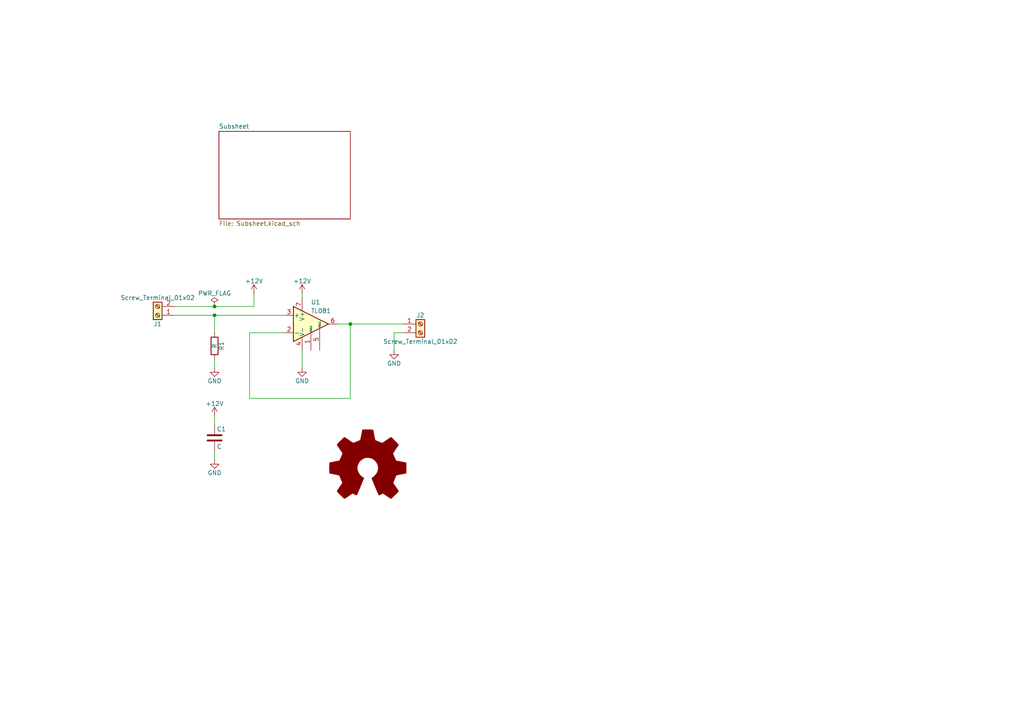
<source format=kicad_sch>
(kicad_sch (version 20211123) (generator eeschema)
  (paper "A4")
  (lib_symbols
    (symbol "Amplifier_Operational:TL081" (pin_names (offset 0.127))
      (property "Reference" "U" (at 0 6.35 0))
      (property "Value" "TL081" (at 0 3.81 0))
      (symbol "TL081_0_1"
        (polyline (pts (xy -5.08 5.08) (xy 5.08 0) (xy -5.08 -5.08) (xy -5.08 5.08)) (stroke (width 0.254)) (fill (type background)))
      )
      (symbol "TL081_1_1"
        (pin input line (at 0 -7.62 90) (length 5.08) (name "NULL") (number "1"))
        (pin input line (at -7.62 -2.54 0) (length 2.54) (name "-") (number "2"))
        (pin input line (at -7.62 2.54 0) (length 2.54) (name "+") (number "3"))
        (pin power_in line (at -2.54 -7.62 90) (length 3.81) (name "V-") (number "4"))
        (pin input line (at 2.54 -7.62 90) (length 6.35) (name "NULL") (number "5"))
        (pin output line (at 7.62 0 180) (length 2.54) (name "~") (number "6"))
        (pin power_in line (at -2.54 7.62 270) (length 3.81) (name "V+") (number "7"))
        (pin no_connect line (at 0 2.54 270) (length 2.54) hide (name "NC") (number "8"))
      )
    )
    (symbol "Connector:Screw_Terminal_01x02" (pin_names (offset 1.016) hide)
      (property "Reference" "J" (at 0 2.54 0))
      (property "Value" "Screw_Terminal_01x02" (at 0 -5.08 0))
      (symbol "Screw_Terminal_01x02_1_1"
        (rectangle (start -1.27 1.27) (end 1.27 -3.81) (stroke (width 0.254)) (fill (type background)))
        (circle (center 0 -2.54) (radius 0.635) (stroke (width 0.1524)))
        (polyline (pts (xy -0.5334 -2.2098) (xy 0.3302 -3.048)) (stroke (width 0.1524)))
        (polyline (pts (xy -0.5334 0.3302) (xy 0.3302 -0.508)) (stroke (width 0.1524)))
        (polyline (pts (xy -0.3556 -2.032) (xy 0.508 -2.8702)) (stroke (width 0.1524)))
        (polyline (pts (xy -0.3556 0.508) (xy 0.508 -0.3302)) (stroke (width 0.1524)))
        (circle (center 0 0) (radius 0.635) (stroke (width 0.1524)))
        (pin passive line (at -5.08 0 0) (length 3.81) (name "Pin_1") (number "1"))
        (pin passive line (at -5.08 -2.54 0) (length 3.81) (name "Pin_2") (number "2"))
      )
    )
    (symbol "Device:C" (pin_numbers hide) (pin_names (offset 0.254))
      (property "Reference" "C" (at 0.635 2.54 0))
      (property "Value" "C" (at 0.635 -2.54 0))
      (symbol "C_0_1"
        (polyline (pts (xy -2.032 -0.762) (xy 2.032 -0.762)) (stroke (width 0.508)))
        (polyline (pts (xy -2.032 0.762) (xy 2.032 0.762)) (stroke (width 0.508)))
      )
      (symbol "C_1_1"
        (pin passive line (at 0 3.81 270) (length 2.794) (name "~") (number "1"))
        (pin passive line (at 0 -3.81 90) (length 2.794) (name "~") (number "2"))
      )
    )
    (symbol "Device:R" (pin_numbers hide) (pin_names (offset 0))
      (property "Reference" "R" (at 2.032 0 90))
      (property "Value" "R" (at 0 0 90))
      (symbol "R_0_1"
        (rectangle (start -1.016 -2.54) (end 1.016 2.54) (stroke (width 0.254)))
      )
      (symbol "R_1_1"
        (pin passive line (at 0 3.81 270) (length 1.27) (name "~") (number "1"))
        (pin passive line (at 0 -3.81 90) (length 1.27) (name "~") (number "2"))
      )
    )
    (symbol "Graphic:Logo_Open_Hardware_Large" (pin_names (offset 1.016))
      (symbol "Logo_Open_Hardware_Large_1_1"
        (polyline (pts (xy 6.731 -8.7122) (xy 6.6294 -8.6614) (xy 6.35 -8.4836) (xy 5.9944 -8.255) (xy 5.5372 -7.9502) (xy 5.1054 -7.6454) (xy 4.7498 -7.4168) (xy 4.4958 -7.239) (xy 4.3942 -7.1882) (xy 4.318 -7.2136) (xy 4.1148 -7.3152) (xy 3.81 -7.4676) (xy 3.6322 -7.5692) (xy 3.3528 -7.6708) (xy 3.2258 -7.6962) (xy 3.2004 -7.6708) (xy 3.0988 -7.4676) (xy 2.9464 -7.0866) (xy 2.7178 -6.604) (xy 2.4892 -6.0452) (xy 2.2352 -5.4356) (xy 1.9558 -4.826) (xy 1.7272 -4.2164) (xy 1.4986 -3.683) (xy 1.3208 -3.2512) (xy 1.2192 -2.9464) (xy 1.1684 -2.8194) (xy 1.1938 -2.794) (xy 1.3208 -2.667) (xy 1.5748 -2.4892) (xy 2.0828 -2.0574) (xy 2.6162 -1.397) (xy 2.921 -0.6604) (xy 3.048 0.1524) (xy 2.9464 0.9144) (xy 2.6416 1.6256) (xy 2.1336 2.286) (xy 1.524 2.7686) (xy 0.8128 3.0734) (xy 0 3.175) (xy -0.762 3.0988) (xy -1.4986 2.794) (xy -2.159 2.286) (xy -2.4384 1.9812) (xy -2.8194 1.3208) (xy -3.048 0.6096) (xy -3.0734 0.4318) (xy -3.0226 -0.3556) (xy -2.794 -1.0922) (xy -2.3876 -1.7526) (xy -1.8288 -2.3114) (xy -1.7526 -2.3622) (xy -1.4732 -2.5654) (xy -1.2954 -2.6924) (xy -1.1684 -2.8194) (xy -2.159 -5.207) (xy -2.3114 -5.588) (xy -2.5908 -6.2484) (xy -2.8194 -6.8072) (xy -3.0226 -7.2644) (xy -3.1496 -7.5692) (xy -3.2258 -7.6708) (xy -3.2258 -7.6962) (xy -3.302 -7.6962) (xy -3.4798 -7.6454) (xy -3.8354 -7.4676) (xy -4.0386 -7.366) (xy -4.2926 -7.239) (xy -4.4196 -7.1882) (xy -4.5212 -7.239) (xy -4.7498 -7.3914) (xy -5.1054 -7.6454) (xy -5.5372 -7.9248) (xy -5.9436 -8.2042) (xy -6.3246 -8.4582) (xy -6.604 -8.636) (xy -6.731 -8.7122) (xy -6.7564 -8.7122) (xy -6.858 -8.636) (xy -7.0866 -8.4582) (xy -7.4168 -8.1534) (xy -7.874 -7.6962) (xy -7.9502 -7.62) (xy -8.3312 -7.239) (xy -8.636 -6.9088) (xy -8.8392 -6.6802) (xy -8.9154 -6.5786) (xy -8.9154 -6.5786) (xy -8.8392 -6.4516) (xy -8.6614 -6.1722) (xy -8.4328 -5.7912) (xy -8.128 -5.3594) (xy -7.3152 -4.191) (xy -7.7724 -3.0988) (xy -7.8994 -2.7686) (xy -8.0772 -2.3622) (xy -8.2042 -2.0828) (xy -8.255 -1.9558) (xy -8.382 -1.905) (xy -8.6614 -1.8542) (xy -9.0932 -1.7526) (xy -9.6266 -1.651) (xy -10.1092 -1.5748) (xy -10.541 -1.4732) (xy -10.8712 -1.4224) (xy -11.0236 -1.397) (xy -11.049 -1.3716) (xy -11.0744 -1.2954) (xy -11.0998 -1.143) (xy -11.0998 -0.889) (xy -11.1252 -0.4572) (xy -11.1252 0.1524) (xy -11.1252 0.2286) (xy -11.0998 0.8128) (xy -11.0998 1.27) (xy -11.0744 1.5494) (xy -11.0744 1.6764) (xy -11.0744 1.6764) (xy -10.922 1.7018) (xy -10.6172 1.778) (xy -10.16 1.8542) (xy -9.652 1.9558) (xy -9.6012 1.9812) (xy -9.0932 2.0828) (xy -8.636 2.159) (xy -8.3312 2.2352) (xy -8.2042 2.286) (xy -8.1788 2.3114) (xy -8.0772 2.5146) (xy -7.9248 2.8448) (xy -7.747 3.2512) (xy -7.5692 3.6576) (xy -7.4168 4.0386) (xy -7.3152 4.318) (xy -7.2898 4.445) (xy -7.2898 4.445) (xy -7.366 4.572) (xy -7.5438 4.826) (xy -7.7978 5.207) (xy -8.128 5.6642) (xy -8.128 5.6896) (xy -8.4328 6.1468) (xy -8.6868 6.5278) (xy -8.8392 6.7818) (xy -8.9154 6.9088) (xy -8.9154 6.9088) (xy -8.8138 7.0358) (xy -8.5852 7.2898) (xy -8.255 7.6454) (xy -7.874 8.0264) (xy -7.747 8.1534) (xy -7.3152 8.5852) (xy -7.0104 8.8646) (xy -6.8326 8.9916) (xy -6.731 9.0424) (xy -6.731 9.0424) (xy -6.604 8.9408) (xy -6.3246 8.763) (xy -5.9436 8.509) (xy -5.4864 8.2042) (xy -5.461 8.1788) (xy -5.0038 7.874) (xy -4.6482 7.62) (xy -4.3688 7.4422) (xy -4.2672 7.3914) (xy -4.2418 7.3914) (xy -4.064 7.4422) (xy -3.7338 7.5438) (xy -3.3528 7.6962) (xy -2.9464 7.874) (xy -2.5654 8.0264) (xy -2.286 8.1534) (xy -2.159 8.2296) (xy -2.159 8.2296) (xy -2.1082 8.382) (xy -2.032 8.7122) (xy -1.9304 9.1694) (xy -1.8288 9.7282) (xy -1.8034 9.8044) (xy -1.7018 10.3378) (xy -1.6256 10.7696) (xy -1.5748 11.0744) (xy -1.524 11.2014) (xy -1.4478 11.2268) (xy -1.1938 11.2522) (xy -0.8128 11.2522) (xy -0.3302 11.2522) (xy 0.1524 11.2522) (xy 0.6604 11.2522) (xy 1.0668 11.2268) (xy 1.3716 11.2014) (xy 1.4986 11.176) (xy 1.4986 11.176) (xy 1.5494 11.0236) (xy 1.6256 10.6934) (xy 1.7018 10.2108) (xy 1.8288 9.6774) (xy 1.8288 9.5758) (xy 1.9304 9.0424) (xy 2.032 8.6106) (xy 2.0828 8.3058) (xy 2.1336 8.2042) (xy 2.159 8.1788) (xy 2.3876 8.0772) (xy 2.7432 7.9248) (xy 3.175 7.747) (xy 4.191 7.3406) (xy 5.461 8.2042) (xy 5.5626 8.2804) (xy 6.0198 8.5852) (xy 6.3754 8.8392) (xy 6.6294 8.9916) (xy 6.7564 9.0424) (xy 6.7564 9.0424) (xy 6.8834 8.9408) (xy 7.1374 8.7122) (xy 7.4676 8.382) (xy 7.8486 7.9756) (xy 8.1534 7.6962) (xy 8.4836 7.3406) (xy 8.7122 7.112) (xy 8.8392 6.9596) (xy 8.8646 6.858) (xy 8.8646 6.8072) (xy 8.7884 6.6802) (xy 8.6106 6.4008) (xy 8.3312 6.0198) (xy 8.0264 5.588) (xy 7.7978 5.207) (xy 7.5184 4.8006) (xy 7.3406 4.4958) (xy 7.2898 4.3434) (xy 7.2898 4.2926) (xy 7.3914 4.0386) (xy 7.5184 3.683) (xy 7.7216 3.2258) (xy 8.1534 2.2352) (xy 8.7884 2.1082) (xy 9.1948 2.0574) (xy 9.7536 1.9304) (xy 10.2616 1.8288) (xy 11.0998 1.6764) (xy 11.1252 -1.3208) (xy 10.9982 -1.3716) (xy 10.8712 -1.397) (xy 10.5664 -1.4732) (xy 10.1346 -1.5494) (xy 9.6266 -1.651) (xy 9.1948 -1.7272) (xy 8.7376 -1.8288) (xy 8.4328 -1.8796) (xy 8.2804 -1.905) (xy 8.255 -1.9558) (xy 8.1534 -2.159) (xy 7.9756 -2.5146) (xy 7.8232 -2.921) (xy 7.6454 -3.3274) (xy 7.493 -3.7338) (xy 7.366 -4.0132) (xy 7.3406 -4.191) (xy 7.3914 -4.2926) (xy 7.5692 -4.5466) (xy 7.7978 -4.9276) (xy 8.1026 -5.3594) (xy 8.4074 -5.7912) (xy 8.6614 -6.1722) (xy 8.8138 -6.4262) (xy 8.89 -6.5532) (xy 8.8646 -6.6548) (xy 8.6868 -6.858) (xy 8.3566 -7.1882) (xy 7.874 -7.6708) (xy 7.7978 -7.747) (xy 7.3914 -8.128) (xy 7.0612 -8.4328) (xy 6.8326 -8.636) (xy 6.731 -8.7122)) (fill (type outline)))
      )
    )
    (symbol "power:+12V" (power) (pin_names (offset 0))
      (property "Value" "+12V" (at 0 3.556 0))
      (symbol "+12V_0_1"
        (polyline (pts (xy -0.762 1.27) (xy 0 2.54)))
        (polyline (pts (xy 0 0) (xy 0 2.54)))
        (polyline (pts (xy 0 2.54) (xy 0.762 1.27)))
      )
      (symbol "+12V_1_1"
        (pin power_in line (at 0 0 90) (length 0) hide (name "+12V") (number "1"))
      )
    )
    (symbol "power:GND" (power) (pin_names (offset 0))
      (property "Value" "GND" (at 0 -3.81 0))
      (symbol "GND_0_1"
        (polyline (pts (xy 0 0) (xy 0 -1.27) (xy 1.27 -1.27) (xy 0 -2.54) (xy -1.27 -1.27) (xy 0 -1.27)))
      )
      (symbol "GND_1_1"
        (pin power_in line (at 0 0 270) (length 0) hide (name "GND") (number "1"))
      )
    )
    (symbol "power:PWR_FLAG" (power) (pin_numbers hide) (pin_names (offset 0) hide)
      (property "Value" "PWR_FLAG" (at 0 3.81 0))
      (symbol "PWR_FLAG_0_0"
        (pin power_out line (at 0 0 90) (length 0) (name "pwr") (number "1"))
      )
      (symbol "PWR_FLAG_0_1"
        (polyline (pts (xy 0 0) (xy 0 1.27) (xy -1.016 1.905) (xy 0 2.54) (xy 1.016 1.905) (xy 0 1.27)))
      )
    )
  )
  (junction (at 62.23 88.9))
  (junction (at 101.6 93.98))
  (junction (at 62.23 91.44))
  (wire (pts (xy 62.23 130.81) (xy 62.23 133.35)))
  (wire (pts (xy 72.39 115.57) (xy 101.6 115.57)))
  (wire (pts (xy 62.23 120.65) (xy 62.23 123.19)))
  (wire (pts (xy 101.6 93.98) (xy 116.84 93.98)))
  (wire (pts (xy 82.55 96.52) (xy 72.39 96.52)))
  (wire (pts (xy 73.66 88.9) (xy 62.23 88.9)))
  (wire (pts (xy 62.23 91.44) (xy 50.8 91.44)))
  (wire (pts (xy 62.23 96.52) (xy 62.23 91.44)))
  (wire (pts (xy 114.3 96.52) (xy 116.84 96.52)))
  (wire (pts (xy 114.3 101.6) (xy 114.3 96.52)))
  (wire (pts (xy 62.23 91.44) (xy 82.55 91.44)))
  (wire (pts (xy 87.63 85.09) (xy 87.63 86.36)))
  (wire (pts (xy 87.63 101.6) (xy 87.63 106.68)))
  (wire (pts (xy 62.23 88.9) (xy 50.8 88.9)))
  (wire (pts (xy 73.66 85.09) (xy 73.66 88.9)))
  (wire (pts (xy 62.23 104.14) (xy 62.23 106.68)))
  (wire (pts (xy 72.39 96.52) (xy 72.39 115.57)))
  (wire (pts (xy 101.6 93.98) (xy 97.79 93.98)))
  (wire (pts (xy 101.6 115.57) (xy 101.6 93.98)))
  (symbol (lib_id "power:GND") (at 87.63 106.68 0) (unit 1)
    (property "Reference" "#PWR06" (effects hide))
    (property "Value" "GND" (at 87.63 110.49 0))
  )
  (symbol (lib_id "power:+12V") (at 62.23 120.65 0) (unit 1)
    (property "Reference" "#PWR02" (effects hide))
    (property "Value" "+12V" (at 62.23 117.094 0))
  )
  (symbol (lib_id "power:PWR_FLAG") (at 62.23 88.9 0) (unit 1)
    (property "Reference" "#FLG01" (effects hide))
    (property "Value" "PWR_FLAG" (at 62.23 85.09 0))
  )
  (symbol (lib_id "Connector:Screw_Terminal_01x02") (at 121.92 93.98 0) (unit 1)
    (property "Reference" "J2" (at 121.92 91.44 0))
    (property "Value" "Screw_Terminal_01x02" (at 121.92 99.06 0))
    (property "Footprint" "Connector_PinHeader_2.54mm:PinHeader_1x02_P2.54mm_Vertical" (effects hide))
  )
  (symbol (lib_id "Graphic:Logo_Open_Hardware_Large") (at 106.68 135.89 0) (unit 1)
    (property "Reference" "#LOGO1" (effects hide))
    (property "Value" "Logo_Open_Hardware_Large" (effects hide))
  )
  (symbol (lib_id "Device:R") (at 62.23 100.33 0) (unit 1)
    (property "Reference" "R1" (at 64.262 100.33 90))
    (property "Value" "R" (at 62.23 100.33 90))
    (property "Footprint" "Resistor_SMD:R_1206_3216Metric_Pad1.30x1.75mm_HandSolder" (effects hide))
  )
  (symbol (lib_id "Amplifier_Operational:TL081") (at 90.17 93.98 0) (unit 1)
    (property "Reference" "U1" (at 90.17 87.63 0) (effects (justify left)))
    (property "Value" "TL081" (at 90.17 90.17 0) (effects (justify left)))
    (property "Footprint" "Package_DIP:DIP-8_W7.62mm" (effects hide))
    (property "Datasheet" "http://www.ti.com/lit/ds/symlink/tl081.pdf" (effects hide))
  )
  (symbol (lib_id "Connector:Screw_Terminal_01x02") (at 45.72 91.44 180) (unit 1)
    (property "Reference" "J1" (at 45.72 93.98 0))
    (property "Value" "Screw_Terminal_01x02" (at 45.72 86.36 0))
    (property "Footprint" "Connector_Phoenix_MSTB:PhoenixContact_MSTBVA_2,5_2-G-5,08_1x02_P5.08mm_Vertical" (effects hide))
  )
  (symbol (lib_id "Device:C") (at 62.23 127 0) (unit 1)
    (property "Reference" "C1" (at 62.865 124.46 0) (effects (justify left)))
    (property "Value" "C" (at 62.865 129.54 0) (effects (justify left)))
    (property "Footprint" "Capacitor_SMD:C_1206_3216Metric_Pad1.33x1.80mm_HandSolder" (effects hide))
  )
  (symbol (lib_id "power:GND") (at 62.23 133.35 0) (unit 1)
    (property "Reference" "#PWR03" (effects hide))
    (property "Value" "GND" (at 62.23 137.16 0))
  )
  (symbol (lib_id "power:+12V") (at 87.63 85.09 0) (unit 1)
    (property "Reference" "#PWR05" (effects hide))
    (property "Value" "+12V" (at 87.63 81.534 0))
  )
  (symbol (lib_id "power:GND") (at 62.23 106.68 0) (unit 1)
    (property "Reference" "#PWR01" (effects hide))
    (property "Value" "GND" (at 62.23 110.49 0))
  )
  (symbol (lib_id "power:GND") (at 114.3 101.6 0) (unit 1)
    (property "Reference" "#PWR07" (effects hide))
    (property "Value" "GND" (at 114.3 105.41 0))
  )
  (symbol (lib_id "power:+12V") (at 73.66 85.09 0) (unit 1)
    (property "Reference" "#PWR04" (effects hide))
    (property "Value" "+12V" (at 73.66 81.534 0))
  )
  (sheet (at 63.5 38.1) (size 38.1 25.4) (stroke (width 0.1524))
    (property "Sheet name" "Subsheet" (at 63.5 37.3884 0) (effects (justify left bottom)))
    (property "Sheet file" "Subsheet.kicad_sch" (at 63.5 64.0846 0) (effects (justify left top)))
  )
)
</source>
